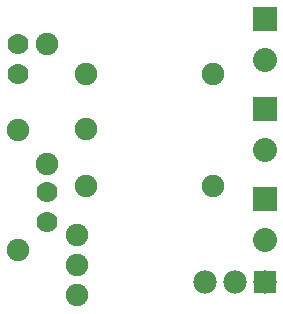
<source format=gbl>
G04 MADE WITH FRITZING*
G04 WWW.FRITZING.ORG*
G04 DOUBLE SIDED*
G04 HOLES PLATED*
G04 CONTOUR ON CENTER OF CONTOUR VECTOR*
%ASAXBY*%
%FSLAX23Y23*%
%MOIN*%
%OFA0B0*%
%SFA1.0B1.0*%
%ADD10C,0.075118*%
%ADD11C,0.074803*%
%ADD12C,0.075000*%
%ADD13C,0.080000*%
%ADD14C,0.070000*%
%ADD15C,0.078000*%
%ADD16R,0.080000X0.080000*%
%ADD17R,0.078000X0.078000*%
%LNCOPPER0*%
G90*
G70*
G54D10*
X759Y795D03*
X337Y795D03*
X337Y421D03*
X759Y421D03*
G54D11*
X336Y610D03*
G54D12*
X206Y895D03*
X206Y495D03*
X110Y208D03*
X110Y608D03*
G54D13*
X933Y377D03*
X933Y239D03*
G54D12*
X306Y256D03*
X306Y156D03*
X306Y56D03*
G54D14*
X110Y795D03*
X110Y895D03*
X207Y401D03*
X207Y301D03*
G54D15*
X934Y101D03*
X834Y101D03*
X734Y101D03*
G54D13*
X933Y677D03*
X933Y539D03*
X933Y977D03*
X933Y839D03*
G54D16*
X933Y377D03*
G54D17*
X934Y101D03*
G54D16*
X933Y677D03*
X933Y977D03*
G04 End of Copper0*
M02*
</source>
